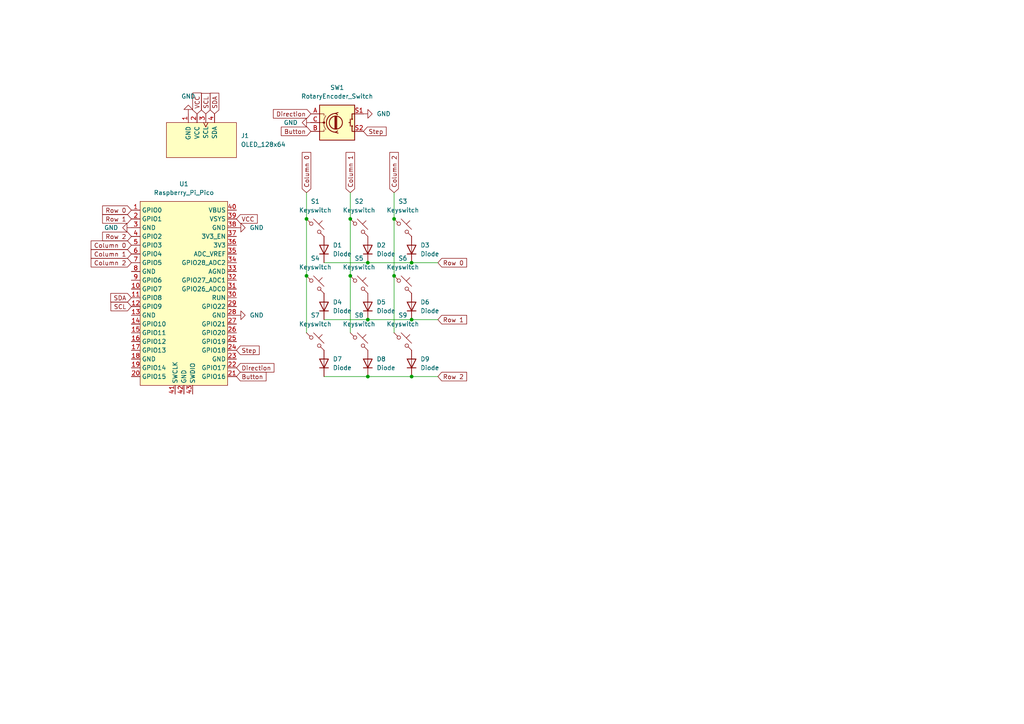
<source format=kicad_sch>
(kicad_sch (version 20231120) (generator "eeschema") (generator_version "8.0")
  (paper "A4")
  (lib_symbols
    (symbol "Device:RotaryEncoder_Switch" (pin_names (offset 0.254) hide)
      (property "Reference" "SW" (at 0 6.604 0))
      (property "Value" "RotaryEncoder_Switch" (at 0 -6.604 0))
      (symbol "RotaryEncoder_Switch_0_1"
        (rectangle (start -5.08 5.08) (end 5.08 -5.08) (stroke (width 0.254)) (fill (type background)))
        (circle (center -3.81 0) (radius 0.254) (fill (type outline)))
        (circle (center -0.381 0) (radius 1.905) (stroke (width 0.254)))
        (arc (start -0.381 2.667) (mid -3.0988 -0.0635) (end -0.381 -2.794) (stroke (width 0.254)))
        (polyline (pts (xy -0.635 -1.778) (xy -0.635 1.778)) (stroke (width 0.254)))
        (polyline (pts (xy -0.381 -1.778) (xy -0.381 1.778)) (stroke (width 0.254)))
        (polyline (pts (xy -0.127 1.778) (xy -0.127 -1.778)) (stroke (width 0.254)))
        (polyline (pts (xy 3.81 0) (xy 3.429 0)) (stroke (width 0.254)))
        (polyline (pts (xy 3.81 1.016) (xy 3.81 -1.016)) (stroke (width 0.254)))
        (polyline (pts (xy -5.08 -2.54) (xy -3.81 -2.54) (xy -3.81 -2.032)))
        (polyline (pts (xy -5.08 2.54) (xy -3.81 2.54) (xy -3.81 2.032)))
        (polyline (pts (xy 0.254 -3.048) (xy -0.508 -2.794) (xy 0.127 -2.413)) (stroke (width 0.254)))
        (polyline (pts (xy 0.254 2.921) (xy -0.508 2.667) (xy 0.127 2.286)) (stroke (width 0.254)))
        (polyline (pts (xy 5.08 -2.54) (xy 4.318 -2.54) (xy 4.318 -1.016)) (stroke (width 0.254)))
        (polyline (pts (xy 5.08 2.54) (xy 4.318 2.54) (xy 4.318 1.016)) (stroke (width 0.254)))
        (polyline (pts (xy -5.08 0) (xy -3.81 0) (xy -3.81 -1.016) (xy -3.302 -2.032)))
        (polyline (pts (xy -4.318 0) (xy -3.81 0) (xy -3.81 1.016) (xy -3.302 2.032)))
        (circle (center 4.318 -1.016) (radius 0.127) (stroke (width 0.254)))
        (circle (center 4.318 1.016) (radius 0.127) (stroke (width 0.254)))
      )
      (symbol "RotaryEncoder_Switch_1_1"
        (pin passive line (at -7.62 2.54 0) (length 2.54) (name "A") (number "A"))
        (pin passive line (at -7.62 -2.54 0) (length 2.54) (name "B") (number "B"))
        (pin passive line (at -7.62 0 0) (length 2.54) (name "C") (number "C"))
        (pin passive line (at 7.62 2.54 180) (length 2.54) (name "S1") (number "S1"))
        (pin passive line (at 7.62 -2.54 180) (length 2.54) (name "S2") (number "S2"))
      )
    )
    (symbol "ScottoKeebs:MCU_Raspberry_Pi_Pico"
      (property "Reference" "U" (at 0 0 0))
      (property "Value" "Raspberry_Pi_Pico" (at 0 27.94 0))
      (symbol "MCU_Raspberry_Pi_Pico_0_1"
        (rectangle (start -12.7 26.67) (end 12.7 -26.67) (fill (type background)))
      )
      (symbol "MCU_Raspberry_Pi_Pico_1_1"
        (pin bidirectional line (at -15.24 24.13 0) (length 2.54) (name "GPIO0") (number "1"))
        (pin bidirectional line (at -15.24 1.27 0) (length 2.54) (name "GPIO7") (number "10"))
        (pin bidirectional line (at -15.24 -1.27 0) (length 2.54) (name "GPIO8") (number "11"))
        (pin bidirectional line (at -15.24 -3.81 0) (length 2.54) (name "GPIO9") (number "12"))
        (pin power_in line (at -15.24 -6.35 0) (length 2.54) (name "GND") (number "13"))
        (pin bidirectional line (at -15.24 -8.89 0) (length 2.54) (name "GPIO10") (number "14"))
        (pin bidirectional line (at -15.24 -11.43 0) (length 2.54) (name "GPIO11") (number "15"))
        (pin bidirectional line (at -15.24 -13.97 0) (length 2.54) (name "GPIO12") (number "16"))
        (pin bidirectional line (at -15.24 -16.51 0) (length 2.54) (name "GPIO13") (number "17"))
        (pin power_in line (at -15.24 -19.05 0) (length 2.54) (name "GND") (number "18"))
        (pin bidirectional line (at -15.24 -21.59 0) (length 2.54) (name "GPIO14") (number "19"))
        (pin bidirectional line (at -15.24 21.59 0) (length 2.54) (name "GPIO1") (number "2"))
        (pin bidirectional line (at -15.24 -24.13 0) (length 2.54) (name "GPIO15") (number "20"))
        (pin bidirectional line (at 15.24 -24.13 180) (length 2.54) (name "GPIO16") (number "21"))
        (pin bidirectional line (at 15.24 -21.59 180) (length 2.54) (name "GPIO17") (number "22"))
        (pin power_in line (at 15.24 -19.05 180) (length 2.54) (name "GND") (number "23"))
        (pin bidirectional line (at 15.24 -16.51 180) (length 2.54) (name "GPIO18") (number "24"))
        (pin bidirectional line (at 15.24 -13.97 180) (length 2.54) (name "GPIO19") (number "25"))
        (pin bidirectional line (at 15.24 -11.43 180) (length 2.54) (name "GPIO20") (number "26"))
        (pin bidirectional line (at 15.24 -8.89 180) (length 2.54) (name "GPIO21") (number "27"))
        (pin power_in line (at 15.24 -6.35 180) (length 2.54) (name "GND") (number "28"))
        (pin bidirectional line (at 15.24 -3.81 180) (length 2.54) (name "GPIO22") (number "29"))
        (pin power_in line (at -15.24 19.05 0) (length 2.54) (name "GND") (number "3"))
        (pin input line (at 15.24 -1.27 180) (length 2.54) (name "RUN") (number "30"))
        (pin bidirectional line (at 15.24 1.27 180) (length 2.54) (name "GPIO26_ADC0") (number "31"))
        (pin bidirectional line (at 15.24 3.81 180) (length 2.54) (name "GPIO27_ADC1") (number "32"))
        (pin power_in line (at 15.24 6.35 180) (length 2.54) (name "AGND") (number "33"))
        (pin bidirectional line (at 15.24 8.89 180) (length 2.54) (name "GPIO28_ADC2") (number "34"))
        (pin power_in line (at 15.24 11.43 180) (length 2.54) (name "ADC_VREF") (number "35"))
        (pin power_in line (at 15.24 13.97 180) (length 2.54) (name "3V3") (number "36"))
        (pin input line (at 15.24 16.51 180) (length 2.54) (name "3V3_EN") (number "37"))
        (pin bidirectional line (at 15.24 19.05 180) (length 2.54) (name "GND") (number "38"))
        (pin power_in line (at 15.24 21.59 180) (length 2.54) (name "VSYS") (number "39"))
        (pin bidirectional line (at -15.24 16.51 0) (length 2.54) (name "GPIO2") (number "4"))
        (pin power_in line (at 15.24 24.13 180) (length 2.54) (name "VBUS") (number "40"))
        (pin input line (at -2.54 -29.21 90) (length 2.54) (name "SWCLK") (number "41"))
        (pin power_in line (at 0 -29.21 90) (length 2.54) (name "GND") (number "42"))
        (pin bidirectional line (at 2.54 -29.21 90) (length 2.54) (name "SWDIO") (number "43"))
        (pin bidirectional line (at -15.24 13.97 0) (length 2.54) (name "GPIO3") (number "5"))
        (pin bidirectional line (at -15.24 11.43 0) (length 2.54) (name "GPIO4") (number "6"))
        (pin bidirectional line (at -15.24 8.89 0) (length 2.54) (name "GPIO5") (number "7"))
        (pin power_in line (at -15.24 6.35 0) (length 2.54) (name "GND") (number "8"))
        (pin bidirectional line (at -15.24 3.81 0) (length 2.54) (name "GPIO6") (number "9"))
      )
    )
    (symbol "ScottoKeebs:OLED_128x64" (pin_names (offset 1.016))
      (property "Reference" "J" (at 0 -11.43 0))
      (property "Value" "OLED_128x64" (at 0 -7.62 0))
      (symbol "OLED_128x64_0_1"
        (rectangle (start 10.16 -10.16) (end -10.16 0) (fill (type background)))
      )
      (symbol "OLED_128x64_1_1"
        (pin power_in line (at -3.81 2.54 270) (length 2.54) (name "GND") (number "1"))
        (pin power_in line (at -1.27 2.54 270) (length 2.54) (name "VCC") (number "2"))
        (pin input clock (at 1.27 2.54 270) (length 2.54) (name "SCL") (number "3"))
        (pin bidirectional line (at 3.81 2.54 270) (length 2.54) (name "SDA") (number "4"))
      )
    )
    (symbol "ScottoKeebs:Placeholder_Diode" (pin_numbers hide) (pin_names hide)
      (property "Reference" "D" (at 0 2.54 0))
      (property "Value" "Diode" (at 0 -2.54 0))
      (symbol "Placeholder_Diode_0_1"
        (polyline (pts (xy -1.27 1.27) (xy -1.27 -1.27)) (stroke (width 0.254)))
        (polyline (pts (xy 1.27 0) (xy -1.27 0)))
        (polyline (pts (xy 1.27 1.27) (xy 1.27 -1.27) (xy -1.27 0) (xy 1.27 1.27)) (stroke (width 0.254)))
      )
      (symbol "Placeholder_Diode_1_1"
        (pin passive line (at -3.81 0 0) (length 2.54) (name "K") (number "1"))
        (pin passive line (at 3.81 0 180) (length 2.54) (name "A") (number "2"))
      )
    )
    (symbol "ScottoKeebs:Placeholder_Keyswitch" (pin_numbers hide) (pin_names (offset 1.016) hide)
      (property "Reference" "S" (at 3.048 1.016 0))
      (property "Value" "Keyswitch" (at 0 -3.81 0))
      (symbol "Placeholder_Keyswitch_0_1"
        (circle (center -1.1684 1.1684) (radius 0.508))
        (polyline (pts (xy -0.508 2.54) (xy 2.54 -0.508)))
        (polyline (pts (xy 1.016 1.016) (xy 2.032 2.032)))
        (polyline (pts (xy -2.54 2.54) (xy -1.524 1.524) (xy -1.524 1.524)))
        (polyline (pts (xy 1.524 -1.524) (xy 2.54 -2.54) (xy 2.54 -2.54) (xy 2.54 -2.54)))
        (circle (center 1.143 -1.1938) (radius 0.508))
        (pin passive line (at -2.54 2.54 0) (length 0) (name "1") (number "1"))
        (pin passive line (at 2.54 -2.54 180) (length 0) (name "2") (number "2"))
      )
    )
    (symbol "power:GND" (power) (pin_numbers hide) (pin_names (offset 0) hide)
      (property "Value" "GND" (at 0 -3.81 0))
      (symbol "GND_0_1"
        (polyline (pts (xy 0 0) (xy 0 -1.27) (xy 1.27 -1.27) (xy 0 -2.54) (xy -1.27 -1.27) (xy 0 -1.27)))
      )
      (symbol "GND_1_1"
        (pin power_in line (at 0 0 270) (length 0) (name "~") (number "1"))
      )
    )
  )
  (junction (at 119.38 92.71))
  (junction (at 88.9 80.01))
  (junction (at 114.3 80.01))
  (junction (at 106.68 109.22))
  (junction (at 114.3 63.5))
  (junction (at 101.6 63.5))
  (junction (at 106.68 76.2))
  (junction (at 106.68 92.71))
  (junction (at 88.9 63.5))
  (junction (at 119.38 76.2))
  (junction (at 101.6 80.01))
  (junction (at 119.38 109.22))
  (wire (pts (xy 106.68 109.22) (xy 119.38 109.22)))
  (wire (pts (xy 88.9 63.5) (xy 88.9 80.01)))
  (wire (pts (xy 88.9 80.01) (xy 88.9 96.52)))
  (wire (pts (xy 93.98 109.22) (xy 106.68 109.22)))
  (wire (pts (xy 93.98 76.2) (xy 106.68 76.2)))
  (wire (pts (xy 114.3 80.01) (xy 114.3 96.52)))
  (wire (pts (xy 119.38 92.71) (xy 127 92.71)))
  (wire (pts (xy 101.6 80.01) (xy 101.6 96.52)))
  (wire (pts (xy 127 76.2) (xy 119.38 76.2)))
  (wire (pts (xy 101.6 63.5) (xy 101.6 80.01)))
  (wire (pts (xy 114.3 63.5) (xy 114.3 80.01)))
  (wire (pts (xy 127 109.22) (xy 119.38 109.22)))
  (wire (pts (xy 106.68 76.2) (xy 119.38 76.2)))
  (wire (pts (xy 101.6 55.88) (xy 101.6 63.5)))
  (wire (pts (xy 88.9 55.88) (xy 88.9 63.5)))
  (wire (pts (xy 114.3 55.88) (xy 114.3 63.5)))
  (wire (pts (xy 93.98 92.71) (xy 106.68 92.71)))
  (wire (pts (xy 106.68 92.71) (xy 119.38 92.71)))
  (global_label "Row 2" (shape input) (at 38.1 68.58 180) (property "Intersheetrefs" "${INTERSHEET_REFS}" (effects (hide yes))))
  (global_label "SDA" (shape input) (at 38.1 86.36 180) (property "Intersheetrefs" "${INTERSHEET_REFS}" (effects (hide yes))))
  (global_label "Column 2" (shape input) (at 114.3 55.88 90) (property "Intersheetrefs" "${INTERSHEET_REFS}" (effects (hide yes))))
  (global_label "SDA" (shape input) (at 62.23 33.02 90) (property "Intersheetrefs" "${INTERSHEET_REFS}" (effects (hide yes))))
  (global_label "Column 0" (shape input) (at 88.9 55.88 90) (property "Intersheetrefs" "${INTERSHEET_REFS}" (effects (hide yes))))
  (global_label "Direction" (shape input) (at 90.17 33.02 180) (property "Intersheetrefs" "${INTERSHEET_REFS}" (effects (hide yes))))
  (global_label "SCL" (shape input) (at 59.69 33.02 90) (property "Intersheetrefs" "${INTERSHEET_REFS}" (effects (hide yes))))
  (global_label "Row 1" (shape input) (at 38.1 63.5 180) (property "Intersheetrefs" "${INTERSHEET_REFS}" (effects (hide yes))))
  (global_label "Direction" (shape input) (at 68.58 106.68 0) (property "Intersheetrefs" "${INTERSHEET_REFS}" (effects (hide yes))))
  (global_label "Step" (shape input) (at 68.58 101.6 0) (property "Intersheetrefs" "${INTERSHEET_REFS}" (effects (hide yes))))
  (global_label "Row 0" (shape input) (at 127 76.2 0) (property "Intersheetrefs" "${INTERSHEET_REFS}" (effects (hide yes))))
  (global_label "Row 0" (shape input) (at 38.1 60.96 180) (property "Intersheetrefs" "${INTERSHEET_REFS}" (effects (hide yes))))
  (global_label "SCL" (shape input) (at 38.1 88.9 180) (property "Intersheetrefs" "${INTERSHEET_REFS}" (effects (hide yes))))
  (global_label "Row 2" (shape input) (at 127 109.22 0) (property "Intersheetrefs" "${INTERSHEET_REFS}" (effects (hide yes))))
  (global_label "Step" (shape input) (at 105.41 38.1 0) (property "Intersheetrefs" "${INTERSHEET_REFS}" (effects (hide yes))))
  (global_label "Column 2" (shape input) (at 38.1 76.2 180) (property "Intersheetrefs" "${INTERSHEET_REFS}" (effects (hide yes))))
  (global_label "Column 0" (shape input) (at 38.1 71.12 180) (property "Intersheetrefs" "${INTERSHEET_REFS}" (effects (hide yes))))
  (global_label "Row 1" (shape input) (at 127 92.71 0) (property "Intersheetrefs" "${INTERSHEET_REFS}" (effects (hide yes))))
  (global_label "VCC" (shape input) (at 57.15 33.02 90) (property "Intersheetrefs" "${INTERSHEET_REFS}" (effects (hide yes))))
  (global_label "Button" (shape input) (at 68.58 109.22 0) (property "Intersheetrefs" "${INTERSHEET_REFS}" (effects (hide yes))))
  (global_label "Button" (shape input) (at 90.17 38.1 180) (property "Intersheetrefs" "${INTERSHEET_REFS}" (effects (hide yes))))
  (global_label "Column 1" (shape input) (at 101.6 55.88 90) (property "Intersheetrefs" "${INTERSHEET_REFS}" (effects (hide yes))))
  (global_label "VCC" (shape input) (at 68.58 63.5 0) (property "Intersheetrefs" "${INTERSHEET_REFS}" (effects (hide yes))))
  (global_label "Column 1" (shape input) (at 38.1 73.66 180) (property "Intersheetrefs" "${INTERSHEET_REFS}" (effects (hide yes))))
  (symbol (lib_id "ScottoKeebs:Placeholder_Keyswitch") (at 104.14 66.04 0) (unit 1)
    (property "Reference" "S2" (at 104.14 58.42 0))
    (property "Value" "Keyswitch" (at 104.14 60.96 0))
    (property "Footprint" "ScottoKeebs_MX:MX_PCB_1.00u" (effects (hide yes)))
    (property "Description" "Push button switch, normally open, two pins, 45° tilted" (effects (hide yes)))
  )
  (symbol (lib_id "ScottoKeebs:MCU_Raspberry_Pi_Pico") (at 53.34 85.09 0) (unit 1)
    (property "Reference" "U1" (at 53.34 53.34 0))
    (property "Value" "Raspberry_Pi_Pico" (at 53.34 55.88 0))
    (property "Footprint" "ScottoKeebs_MCU:Raspberry_Pi_Pico" (effects (hide yes)))
  )
  (symbol (lib_id "ScottoKeebs:Placeholder_Keyswitch") (at 91.44 82.55 0) (unit 1)
    (property "Reference" "S4" (at 91.44 74.93 0))
    (property "Value" "Keyswitch" (at 91.44 77.47 0))
    (property "Footprint" "ScottoKeebs_MX:MX_PCB_1.00u" (effects (hide yes)))
    (property "Description" "Push button switch, normally open, two pins, 45° tilted" (effects (hide yes)))
  )
  (symbol (lib_id "ScottoKeebs:Placeholder_Diode") (at 119.38 72.39 90) (unit 1)
    (property "Reference" "D3" (at 121.92 71.1199 90) (effects (justify right)))
    (property "Value" "Diode" (at 121.92 73.6599 90) (effects (justify right)))
    (property "Footprint" "ScottoKeebs_Components:Diode_DO-35" (effects (hide yes)))
    (property "Description" "1N4148 (DO-35) or 1N4148W (SOD-123)" (effects (hide yes)))
    (property "Sim.Device" "D" (effects (hide yes)))
    (property "Sim.Pins" "1=K 2=A" (effects (hide yes)))
  )
  (symbol (lib_id "ScottoKeebs:Placeholder_Keyswitch") (at 116.84 82.55 0) (unit 1)
    (property "Reference" "S6" (at 116.84 74.93 0))
    (property "Value" "Keyswitch" (at 116.84 77.47 0))
    (property "Footprint" "ScottoKeebs_MX:MX_PCB_1.00u" (effects (hide yes)))
    (property "Description" "Push button switch, normally open, two pins, 45° tilted" (effects (hide yes)))
  )
  (symbol (lib_id "Device:RotaryEncoder_Switch") (at 97.79 35.56 0) (unit 1)
    (property "Reference" "SW1" (at 97.79 25.4 0))
    (property "Value" "RotaryEncoder_Switch" (at 97.79 27.94 0))
    (property "Footprint" "Rotary_Encoder:RotaryEncoder_Alps_EC11E-Switch_Vertical_H20mm" (effects (hide yes)))
    (property "Description" "Rotary encoder, dual channel, incremental quadrate outputs, with switch" (effects (hide yes)))
  )
  (symbol (lib_id "ScottoKeebs:Placeholder_Keyswitch") (at 116.84 66.04 0) (unit 1)
    (property "Reference" "S3" (at 116.84 58.42 0))
    (property "Value" "Keyswitch" (at 116.84 60.96 0))
    (property "Footprint" "ScottoKeebs_MX:MX_PCB_1.00u" (effects (hide yes)))
    (property "Description" "Push button switch, normally open, two pins, 45° tilted" (effects (hide yes)))
  )
  (symbol (lib_id "ScottoKeebs:Placeholder_Diode") (at 119.38 105.41 90) (unit 1)
    (property "Reference" "D9" (at 121.92 104.1399 90) (effects (justify right)))
    (property "Value" "Diode" (at 121.92 106.6799 90) (effects (justify right)))
    (property "Footprint" "ScottoKeebs_Components:Diode_DO-35" (effects (hide yes)))
    (property "Description" "1N4148 (DO-35) or 1N4148W (SOD-123)" (effects (hide yes)))
    (property "Sim.Device" "D" (effects (hide yes)))
    (property "Sim.Pins" "1=K 2=A" (effects (hide yes)))
  )
  (symbol (lib_id "ScottoKeebs:Placeholder_Keyswitch") (at 91.44 66.04 0) (unit 1)
    (property "Reference" "S1" (at 91.44 58.42 0))
    (property "Value" "Keyswitch" (at 91.44 60.96 0))
    (property "Footprint" "ScottoKeebs_MX:MX_PCB_1.00u" (effects (hide yes)))
    (property "Description" "Push button switch, normally open, two pins, 45° tilted" (effects (hide yes)))
  )
  (symbol (lib_id "ScottoKeebs:Placeholder_Diode") (at 93.98 105.41 90) (unit 1)
    (property "Reference" "D7" (at 96.52 104.1399 90) (effects (justify right)))
    (property "Value" "Diode" (at 96.52 106.6799 90) (effects (justify right)))
    (property "Footprint" "ScottoKeebs_Components:Diode_DO-35" (effects (hide yes)))
    (property "Description" "1N4148 (DO-35) or 1N4148W (SOD-123)" (effects (hide yes)))
    (property "Sim.Device" "D" (effects (hide yes)))
    (property "Sim.Pins" "1=K 2=A" (effects (hide yes)))
  )
  (symbol (lib_id "power:GND") (at 105.41 33.02 90) (unit 1)
    (property "Reference" "#PWR02" (effects (hide yes)))
    (property "Value" "GND" (at 109.22 33.0199 90) (effects (justify right)))
    (property "Description" "Power symbol creates a global label with name \"GND\" , ground" (effects (hide yes)))
  )
  (symbol (lib_id "ScottoKeebs:Placeholder_Diode") (at 93.98 88.9 90) (unit 1)
    (property "Reference" "D4" (at 96.52 87.6299 90) (effects (justify right)))
    (property "Value" "Diode" (at 96.52 90.1699 90) (effects (justify right)))
    (property "Footprint" "ScottoKeebs_Components:Diode_DO-35" (effects (hide yes)))
    (property "Description" "1N4148 (DO-35) or 1N4148W (SOD-123)" (effects (hide yes)))
    (property "Sim.Device" "D" (effects (hide yes)))
    (property "Sim.Pins" "1=K 2=A" (effects (hide yes)))
  )
  (symbol (lib_id "power:GND") (at 68.58 91.44 90) (unit 1)
    (property "Reference" "#PWR07" (effects (hide yes)))
    (property "Value" "GND" (at 72.39 91.4399 90) (effects (justify right)))
    (property "Description" "Power symbol creates a global label with name \"GND\" , ground" (effects (hide yes)))
  )
  (symbol (lib_id "ScottoKeebs:Placeholder_Keyswitch") (at 91.44 99.06 0) (unit 1)
    (property "Reference" "S7" (at 91.44 91.44 0))
    (property "Value" "Keyswitch" (at 91.44 93.98 0))
    (property "Footprint" "ScottoKeebs_MX:MX_PCB_1.00u" (effects (hide yes)))
    (property "Description" "Push button switch, normally open, two pins, 45° tilted" (effects (hide yes)))
  )
  (symbol (lib_id "power:GND") (at 54.61 33.02 180) (unit 1)
    (property "Reference" "#PWR03" (effects (hide yes)))
    (property "Value" "GND" (at 54.61 27.94 0))
    (property "Description" "Power symbol creates a global label with name \"GND\" , ground" (effects (hide yes)))
  )
  (symbol (lib_id "ScottoKeebs:Placeholder_Diode") (at 93.98 72.39 90) (unit 1)
    (property "Reference" "D1" (at 96.52 71.1199 90) (effects (justify right)))
    (property "Value" "Diode" (at 96.52 73.6599 90) (effects (justify right)))
    (property "Footprint" "ScottoKeebs_Components:Diode_DO-35" (effects (hide yes)))
    (property "Description" "1N4148 (DO-35) or 1N4148W (SOD-123)" (effects (hide yes)))
    (property "Sim.Device" "D" (effects (hide yes)))
    (property "Sim.Pins" "1=K 2=A" (effects (hide yes)))
  )
  (symbol (lib_id "ScottoKeebs:Placeholder_Keyswitch") (at 104.14 82.55 0) (unit 1)
    (property "Reference" "S5" (at 104.14 74.93 0))
    (property "Value" "Keyswitch" (at 104.14 77.47 0))
    (property "Footprint" "ScottoKeebs_MX:MX_PCB_1.00u" (effects (hide yes)))
    (property "Description" "Push button switch, normally open, two pins, 45° tilted" (effects (hide yes)))
  )
  (symbol (lib_id "power:GND") (at 68.58 66.04 90) (unit 1)
    (property "Reference" "#PWR05" (effects (hide yes)))
    (property "Value" "GND" (at 72.39 66.0399 90) (effects (justify right)))
    (property "Description" "Power symbol creates a global label with name \"GND\" , ground" (effects (hide yes)))
  )
  (symbol (lib_id "ScottoKeebs:Placeholder_Keyswitch") (at 104.14 99.06 0) (unit 1)
    (property "Reference" "S8" (at 104.14 91.44 0))
    (property "Value" "Keyswitch" (at 104.14 93.98 0))
    (property "Footprint" "ScottoKeebs_MX:MX_PCB_1.00u" (effects (hide yes)))
    (property "Description" "Push button switch, normally open, two pins, 45° tilted" (effects (hide yes)))
  )
  (symbol (lib_id "power:GND") (at 38.1 66.04 270) (unit 1)
    (property "Reference" "#PWR04" (effects (hide yes)))
    (property "Value" "GND" (at 34.29 66.0399 90) (effects (justify right)))
    (property "Description" "Power symbol creates a global label with name \"GND\" , ground" (effects (hide yes)))
  )
  (symbol (lib_id "ScottoKeebs:OLED_128x64") (at 58.42 35.56 0) (unit 1)
    (property "Reference" "J1" (at 69.85 39.3699 0) (effects (justify left)))
    (property "Value" "OLED_128x64" (at 69.85 41.9099 0) (effects (justify left)))
    (property "Footprint" "ScottoKeebs_Components:OLED_128x64" (effects (hide yes)))
  )
  (symbol (lib_id "ScottoKeebs:Placeholder_Diode") (at 106.68 88.9 90) (unit 1)
    (property "Reference" "D5" (at 109.22 87.6299 90) (effects (justify right)))
    (property "Value" "Diode" (at 109.22 90.1699 90) (effects (justify right)))
    (property "Footprint" "ScottoKeebs_Components:Diode_DO-35" (effects (hide yes)))
    (property "Description" "1N4148 (DO-35) or 1N4148W (SOD-123)" (effects (hide yes)))
    (property "Sim.Device" "D" (effects (hide yes)))
    (property "Sim.Pins" "1=K 2=A" (effects (hide yes)))
  )
  (symbol (lib_id "power:GND") (at 90.17 35.56 270) (unit 1)
    (property "Reference" "#PWR01" (effects (hide yes)))
    (property "Value" "GND" (at 86.36 35.5599 90) (effects (justify right)))
    (property "Description" "Power symbol creates a global label with name \"GND\" , ground" (effects (hide yes)))
  )
  (symbol (lib_id "ScottoKeebs:Placeholder_Diode") (at 106.68 105.41 90) (unit 1)
    (property "Reference" "D8" (at 109.22 104.1399 90) (effects (justify right)))
    (property "Value" "Diode" (at 109.22 106.6799 90) (effects (justify right)))
    (property "Footprint" "ScottoKeebs_Components:Diode_DO-35" (effects (hide yes)))
    (property "Description" "1N4148 (DO-35) or 1N4148W (SOD-123)" (effects (hide yes)))
    (property "Sim.Device" "D" (effects (hide yes)))
    (property "Sim.Pins" "1=K 2=A" (effects (hide yes)))
  )
  (symbol (lib_id "ScottoKeebs:Placeholder_Diode") (at 119.38 88.9 90) (unit 1)
    (property "Reference" "D6" (at 121.92 87.6299 90) (effects (justify right)))
    (property "Value" "Diode" (at 121.92 90.1699 90) (effects (justify right)))
    (property "Footprint" "ScottoKeebs_Components:Diode_DO-35" (effects (hide yes)))
    (property "Description" "1N4148 (DO-35) or 1N4148W (SOD-123)" (effects (hide yes)))
    (property "Sim.Device" "D" (effects (hide yes)))
    (property "Sim.Pins" "1=K 2=A" (effects (hide yes)))
  )
  (symbol (lib_id "ScottoKeebs:Placeholder_Keyswitch") (at 116.84 99.06 0) (unit 1)
    (property "Reference" "S9" (at 116.84 91.44 0))
    (property "Value" "Keyswitch" (at 116.84 93.98 0))
    (property "Footprint" "ScottoKeebs_MX:MX_PCB_1.00u" (effects (hide yes)))
    (property "Description" "Push button switch, normally open, two pins, 45° tilted" (effects (hide yes)))
  )
  (symbol (lib_id "ScottoKeebs:Placeholder_Diode") (at 106.68 72.39 90) (unit 1)
    (property "Reference" "D2" (at 109.22 71.1199 90) (effects (justify right)))
    (property "Value" "Diode" (at 109.22 73.6599 90) (effects (justify right)))
    (property "Footprint" "ScottoKeebs_Components:Diode_DO-35" (effects (hide yes)))
    (property "Description" "1N4148 (DO-35) or 1N4148W (SOD-123)" (effects (hide yes)))
    (property "Sim.Device" "D" (effects (hide yes)))
    (property "Sim.Pins" "1=K 2=A" (effects (hide yes)))
  )
)
</source>
